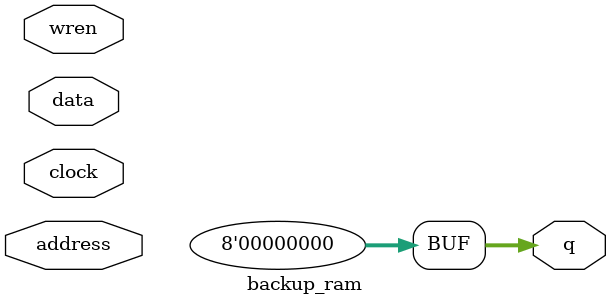
<source format=v>
module backup_ram(	// file.cleaned.mlir:2:3
  input  [14:0] address,	// file.cleaned.mlir:2:28
  input         clock,	// file.cleaned.mlir:2:47
  input  [7:0]  data,	// file.cleaned.mlir:2:63
  input         wren,	// file.cleaned.mlir:2:78
  output [7:0]  q	// file.cleaned.mlir:2:94
);

  assign q = 8'h0;	// file.cleaned.mlir:3:14, :4:5
endmodule


</source>
